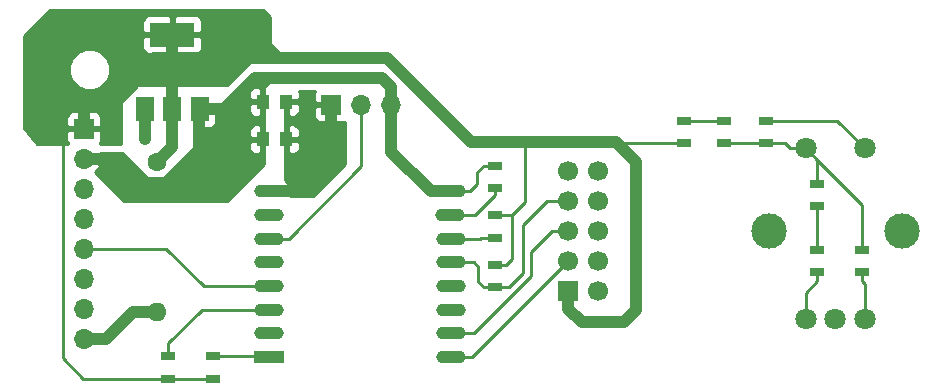
<source format=gbl>
G04 #@! TF.FileFunction,Copper,L2,Bot,Signal*
%FSLAX46Y46*%
G04 Gerber Fmt 4.6, Leading zero omitted, Abs format (unit mm)*
G04 Created by KiCad (PCBNEW 4.0.2+dfsg1-stable) date lun 08 gen 2018 09:22:36 CET*
%MOMM*%
G01*
G04 APERTURE LIST*
%ADD10C,0.100000*%
%ADD11R,2.500000X1.100000*%
%ADD12O,2.500000X1.100000*%
%ADD13C,1.800000*%
%ADD14C,3.000000*%
%ADD15R,1.000000X1.250000*%
%ADD16R,1.700000X1.700000*%
%ADD17C,1.700000*%
%ADD18R,1.300000X0.700000*%
%ADD19R,3.800000X2.000000*%
%ADD20R,1.500000X2.000000*%
%ADD21C,1.600000*%
%ADD22O,1.600000X1.600000*%
%ADD23O,1.700000X1.700000*%
%ADD24C,0.600000*%
%ADD25C,0.250000*%
%ADD26C,1.000000*%
%ADD27C,0.254000*%
G04 APERTURE END LIST*
D10*
D11*
X103186000Y-99568000D03*
D12*
X103186000Y-97568000D03*
X103186000Y-95568000D03*
X103186000Y-93568000D03*
X103186000Y-91568000D03*
X103186000Y-89568000D03*
X103186000Y-87568000D03*
X103186000Y-85568000D03*
X118586000Y-85568000D03*
X118486000Y-87568000D03*
X118586000Y-89568000D03*
X118586000Y-91568000D03*
X118586000Y-93568000D03*
X118586000Y-95568000D03*
X118586000Y-97568000D03*
X118586000Y-99568000D03*
D13*
X148630000Y-81900000D03*
X148630000Y-96400000D03*
X151130000Y-96400000D03*
X153630000Y-96400000D03*
X153630000Y-81900000D03*
D14*
X156730000Y-88900000D03*
X145530000Y-88900000D03*
D15*
X104632000Y-77978000D03*
X102632000Y-77978000D03*
X104632000Y-81153000D03*
X102632000Y-81153000D03*
D16*
X128524000Y-93980000D03*
D17*
X131064000Y-93980000D03*
X128524000Y-91440000D03*
X131064000Y-91440000D03*
X128524000Y-88900000D03*
X131064000Y-88900000D03*
X128524000Y-86360000D03*
X131064000Y-86360000D03*
X128524000Y-83820000D03*
X131064000Y-83820000D03*
D18*
X122301000Y-91760000D03*
X122301000Y-93660000D03*
X138303000Y-81468000D03*
X138303000Y-79568000D03*
X141732000Y-79568000D03*
X141732000Y-81468000D03*
X145288000Y-81468000D03*
X145288000Y-79568000D03*
X153416000Y-90490000D03*
X153416000Y-92390000D03*
X149606000Y-90490000D03*
X149606000Y-92390000D03*
X149606000Y-84902000D03*
X149606000Y-86802000D03*
D19*
X94996000Y-72288000D03*
D20*
X94996000Y-78588000D03*
X92696000Y-78588000D03*
X97296000Y-78588000D03*
D21*
X93726000Y-83058000D03*
D22*
X93726000Y-95758000D03*
D16*
X108458000Y-78232000D03*
D23*
X110998000Y-78232000D03*
X113538000Y-78232000D03*
D18*
X98425000Y-101407000D03*
X98425000Y-99507000D03*
X94615000Y-101407000D03*
X94615000Y-99507000D03*
X122301000Y-85278000D03*
X122301000Y-83378000D03*
D16*
X87503000Y-80264000D03*
D23*
X87503000Y-82804000D03*
X87503000Y-85344000D03*
X87503000Y-87884000D03*
X87503000Y-90424000D03*
X87503000Y-92964000D03*
X87503000Y-95504000D03*
X87503000Y-98044000D03*
D18*
X122301000Y-87569000D03*
X122301000Y-89469000D03*
D24*
X92710000Y-81153000D03*
D25*
X123759000Y-87569000D02*
X123759000Y-91252000D01*
X123251000Y-91760000D02*
X122301000Y-91760000D01*
X123759000Y-91252000D02*
X123251000Y-91760000D01*
X122301000Y-87569000D02*
X123759000Y-87569000D01*
X124841000Y-86233000D02*
X124841000Y-81407000D01*
X124841000Y-86487000D02*
X124841000Y-86233000D01*
X123759000Y-87569000D02*
X124841000Y-86487000D01*
X138303000Y-81468000D02*
X132649000Y-81468000D01*
X132842000Y-81407000D02*
X132842000Y-81661000D01*
X132710000Y-81407000D02*
X132842000Y-81407000D01*
X132649000Y-81468000D02*
X132710000Y-81407000D01*
D26*
X132588000Y-81407000D02*
X132842000Y-81661000D01*
X132842000Y-81661000D02*
X134239000Y-83058000D01*
X128524000Y-95504000D02*
X129667000Y-96647000D01*
X129667000Y-96647000D02*
X133223000Y-96647000D01*
X133223000Y-96647000D02*
X134239000Y-95631000D01*
X134239000Y-95631000D02*
X134239000Y-83058000D01*
X128524000Y-95504000D02*
X128524000Y-93980000D01*
D25*
X87437000Y-101407000D02*
X85725000Y-99695000D01*
X94615000Y-101407000D02*
X87437000Y-101407000D01*
X85979000Y-80264000D02*
X87503000Y-80264000D01*
X85725000Y-80518000D02*
X85979000Y-80264000D01*
X85725000Y-99695000D02*
X85725000Y-80518000D01*
X98425000Y-101407000D02*
X94615000Y-101407000D01*
D26*
X94996000Y-78588000D02*
X94996000Y-81788000D01*
X94996000Y-81788000D02*
X93726000Y-83058000D01*
X89916000Y-77851000D02*
X88011000Y-77851000D01*
X93472000Y-74295000D02*
X94996000Y-74295000D01*
X89916000Y-77851000D02*
X93472000Y-74295000D01*
X88011000Y-77851000D02*
X87503000Y-78359000D01*
X87503000Y-78359000D02*
X87503000Y-80264000D01*
X94996000Y-74295000D02*
X94996000Y-78588000D01*
X94996000Y-74295000D02*
X94996000Y-72288000D01*
X113157000Y-74295000D02*
X94996000Y-74295000D01*
X120269000Y-81407000D02*
X113157000Y-74295000D01*
X132588000Y-81407000D02*
X124841000Y-81407000D01*
X124841000Y-81407000D02*
X120269000Y-81407000D01*
D25*
X104632000Y-79502000D02*
X105410000Y-79502000D01*
X105410000Y-79502000D02*
X106680000Y-78232000D01*
X106680000Y-78232000D02*
X108458000Y-78232000D01*
X104632000Y-77978000D02*
X104632000Y-79502000D01*
X104632000Y-79502000D02*
X104632000Y-81153000D01*
D26*
X103886000Y-85568000D02*
X105694000Y-85568000D01*
X108458000Y-82804000D02*
X108458000Y-78232000D01*
X105694000Y-85568000D02*
X108458000Y-82804000D01*
X128524000Y-93980000D02*
X128524000Y-93980300D01*
D25*
X117886000Y-85568000D02*
X120172000Y-85568000D01*
X121346000Y-83378000D02*
X122301000Y-83378000D01*
X120777000Y-83947000D02*
X121346000Y-83378000D01*
X120777000Y-84963000D02*
X120777000Y-83947000D01*
X120172000Y-85568000D02*
X120777000Y-84963000D01*
X145288000Y-79568000D02*
X151298000Y-79568000D01*
X151298000Y-79568000D02*
X153630000Y-81900000D01*
D26*
X94488000Y-84836000D02*
X97282000Y-82042000D01*
X88900000Y-82804000D02*
X90932000Y-84836000D01*
X90932000Y-84836000D02*
X94488000Y-84836000D01*
X87503000Y-82804000D02*
X88900000Y-82804000D01*
X97282000Y-82042000D02*
X97282000Y-78602000D01*
X97282000Y-78602000D02*
X97296000Y-78588000D01*
D25*
X102632000Y-79502000D02*
X100228000Y-79502000D01*
X100228000Y-79502000D02*
X99314000Y-78588000D01*
X102632000Y-77978000D02*
X102632000Y-79502000D01*
X102632000Y-79502000D02*
X102632000Y-81153000D01*
D26*
X99314000Y-78588000D02*
X99339000Y-78588000D01*
X101981000Y-75946000D02*
X112776000Y-75946000D01*
X112776000Y-75946000D02*
X113538000Y-76708000D01*
X113538000Y-76708000D02*
X113538000Y-78232000D01*
X99339000Y-78588000D02*
X101981000Y-75946000D01*
X113538000Y-78232000D02*
X113538000Y-82195000D01*
X113538000Y-82195000D02*
X116911000Y-85568000D01*
X116911000Y-85568000D02*
X117886000Y-85568000D01*
D25*
X117886000Y-85568000D02*
X116911000Y-85568000D01*
D26*
X97296000Y-78588000D02*
X99314000Y-78588000D01*
D25*
X122301000Y-89469000D02*
X121097000Y-89469000D01*
X120998000Y-89568000D02*
X117886000Y-89568000D01*
X121097000Y-89469000D02*
X120998000Y-89568000D01*
X128524000Y-91440000D02*
X120396000Y-99568000D01*
X120396000Y-99568000D02*
X117886000Y-99568000D01*
X117886000Y-99568000D02*
X119380000Y-99568000D01*
X117886000Y-97568000D02*
X120491000Y-97568000D01*
X127127000Y-88900000D02*
X128524000Y-88900000D01*
X125349000Y-90678000D02*
X127127000Y-88900000D01*
X125349000Y-92710000D02*
X125349000Y-90678000D01*
X120491000Y-97568000D02*
X125349000Y-92710000D01*
X117886000Y-97568000D02*
X119729000Y-97568000D01*
X122301000Y-93660000D02*
X123510000Y-93660000D01*
X124714000Y-92456000D02*
X124714000Y-88392000D01*
X124714000Y-88392000D02*
X126746000Y-86360000D01*
X126746000Y-86360000D02*
X128524000Y-86360000D01*
X123510000Y-93660000D02*
X124714000Y-92456000D01*
X122301000Y-93660000D02*
X121346000Y-93660000D01*
X120524000Y-91568000D02*
X117886000Y-91568000D01*
X120904000Y-91948000D02*
X120524000Y-91568000D01*
X120904000Y-93218000D02*
X120904000Y-91948000D01*
X121346000Y-93660000D02*
X120904000Y-93218000D01*
X145288000Y-81468000D02*
X146873000Y-81468000D01*
X147305000Y-81900000D02*
X148630000Y-81900000D01*
X146873000Y-81468000D02*
X147305000Y-81900000D01*
X141732000Y-81468000D02*
X145288000Y-81468000D01*
X149606000Y-84902000D02*
X149606000Y-82876000D01*
X153416000Y-90490000D02*
X153416000Y-86686000D01*
X153416000Y-86686000D02*
X149606000Y-82876000D01*
X149606000Y-82876000D02*
X148630000Y-81900000D01*
D26*
X92696000Y-78588000D02*
X92696000Y-81139000D01*
X92696000Y-81139000D02*
X92710000Y-81153000D01*
X87503000Y-98044000D02*
X89408000Y-98044000D01*
X91694000Y-95758000D02*
X93726000Y-95758000D01*
X89408000Y-98044000D02*
X91694000Y-95758000D01*
D25*
X153630000Y-93379300D02*
X153630000Y-96400000D01*
X153416000Y-93165300D02*
X153630000Y-93379300D01*
X153416000Y-92390000D02*
X153416000Y-93165300D01*
X149606000Y-86802000D02*
X149606000Y-90490000D01*
X148630000Y-94141300D02*
X148630000Y-96400000D01*
X149606000Y-93165300D02*
X148630000Y-94141300D01*
X149606000Y-92390000D02*
X149606000Y-93165300D01*
X117886000Y-87568000D02*
X120585000Y-87568000D01*
X122301000Y-85852000D02*
X122301000Y-85278000D01*
X120585000Y-87568000D02*
X122301000Y-85852000D01*
X117991600Y-87462400D02*
X117886000Y-87568000D01*
X138303000Y-79568000D02*
X141732000Y-79568000D01*
X98425000Y-99507000D02*
X103825000Y-99507000D01*
X103825000Y-99507000D02*
X103886000Y-99568000D01*
X110998000Y-83431300D02*
X110998000Y-78232000D01*
X103886000Y-89568000D02*
X104861000Y-89568000D01*
X104861000Y-89568000D02*
X110998000Y-83431300D01*
X94615000Y-99507000D02*
X94615000Y-98425000D01*
X97472000Y-95568000D02*
X103886000Y-95568000D01*
X94615000Y-98425000D02*
X97472000Y-95568000D01*
X103886000Y-93568000D02*
X97632000Y-93568000D01*
X94488000Y-90424000D02*
X87503000Y-90424000D01*
X97632000Y-93568000D02*
X94488000Y-90424000D01*
D27*
G36*
X103251000Y-70791606D02*
X103251000Y-72999600D01*
X103261006Y-73049010D01*
X103288197Y-73089403D01*
X104341394Y-74142600D01*
X103067116Y-74142600D01*
X103118581Y-74011079D01*
X103127268Y-73961420D01*
X103115951Y-73912293D01*
X103086412Y-73871441D01*
X103043307Y-73845299D01*
X103000313Y-73837800D01*
X102438200Y-73837800D01*
X102388790Y-73847806D01*
X102348397Y-73874997D01*
X99642394Y-76581000D01*
X92075000Y-76581000D01*
X92025590Y-76591006D01*
X91985197Y-76618197D01*
X90715197Y-77888197D01*
X90687334Y-77930211D01*
X90678000Y-77978000D01*
X90678000Y-81534000D01*
X88831026Y-81534000D01*
X88891327Y-81473699D01*
X88988000Y-81240310D01*
X88988000Y-80549750D01*
X88829250Y-80391000D01*
X87630000Y-80391000D01*
X87630000Y-80411000D01*
X87376000Y-80411000D01*
X87376000Y-80391000D01*
X86176750Y-80391000D01*
X86018000Y-80549750D01*
X86018000Y-81240310D01*
X86114673Y-81473699D01*
X86174974Y-81534000D01*
X83499183Y-81534000D01*
X82423000Y-80218665D01*
X82423000Y-79287690D01*
X86018000Y-79287690D01*
X86018000Y-79978250D01*
X86176750Y-80137000D01*
X87376000Y-80137000D01*
X87376000Y-78937750D01*
X87630000Y-78937750D01*
X87630000Y-80137000D01*
X88829250Y-80137000D01*
X88988000Y-79978250D01*
X88988000Y-79287690D01*
X88891327Y-79054301D01*
X88712698Y-78875673D01*
X88479309Y-78779000D01*
X87788750Y-78779000D01*
X87630000Y-78937750D01*
X87376000Y-78937750D01*
X87217250Y-78779000D01*
X86526691Y-78779000D01*
X86293302Y-78875673D01*
X86114673Y-79054301D01*
X86018000Y-79287690D01*
X82423000Y-79287690D01*
X82423000Y-75607599D01*
X86267699Y-75607599D01*
X86531281Y-76245515D01*
X87018918Y-76734004D01*
X87656373Y-76998699D01*
X88346599Y-76999301D01*
X88984515Y-76735719D01*
X89473004Y-76248082D01*
X89737699Y-75610627D01*
X89738301Y-74920401D01*
X89474719Y-74282485D01*
X88987082Y-73793996D01*
X88349627Y-73529301D01*
X87659401Y-73528699D01*
X87021485Y-73792281D01*
X86532996Y-74279918D01*
X86268301Y-74917373D01*
X86267699Y-75607599D01*
X82423000Y-75607599D01*
X82423000Y-72573750D01*
X92461000Y-72573750D01*
X92461000Y-73414309D01*
X92557673Y-73647698D01*
X92736301Y-73826327D01*
X92969690Y-73923000D01*
X94710250Y-73923000D01*
X94869000Y-73764250D01*
X94869000Y-72415000D01*
X95123000Y-72415000D01*
X95123000Y-73764250D01*
X95281750Y-73923000D01*
X97022310Y-73923000D01*
X97255699Y-73826327D01*
X97434327Y-73647698D01*
X97531000Y-73414309D01*
X97531000Y-72573750D01*
X97372250Y-72415000D01*
X95123000Y-72415000D01*
X94869000Y-72415000D01*
X92619750Y-72415000D01*
X92461000Y-72573750D01*
X82423000Y-72573750D01*
X82423000Y-72442606D01*
X83703915Y-71161691D01*
X92461000Y-71161691D01*
X92461000Y-72002250D01*
X92619750Y-72161000D01*
X94869000Y-72161000D01*
X94869000Y-70811750D01*
X95123000Y-70811750D01*
X95123000Y-72161000D01*
X97372250Y-72161000D01*
X97531000Y-72002250D01*
X97531000Y-71161691D01*
X97434327Y-70928302D01*
X97255699Y-70749673D01*
X97022310Y-70653000D01*
X95281750Y-70653000D01*
X95123000Y-70811750D01*
X94869000Y-70811750D01*
X94710250Y-70653000D01*
X92969690Y-70653000D01*
X92736301Y-70749673D01*
X92557673Y-70928302D01*
X92461000Y-71161691D01*
X83703915Y-71161691D01*
X84634606Y-70231000D01*
X102690394Y-70231000D01*
X103251000Y-70791606D01*
X103251000Y-70791606D01*
G37*
X103251000Y-70791606D02*
X103251000Y-72999600D01*
X103261006Y-73049010D01*
X103288197Y-73089403D01*
X104341394Y-74142600D01*
X103067116Y-74142600D01*
X103118581Y-74011079D01*
X103127268Y-73961420D01*
X103115951Y-73912293D01*
X103086412Y-73871441D01*
X103043307Y-73845299D01*
X103000313Y-73837800D01*
X102438200Y-73837800D01*
X102388790Y-73847806D01*
X102348397Y-73874997D01*
X99642394Y-76581000D01*
X92075000Y-76581000D01*
X92025590Y-76591006D01*
X91985197Y-76618197D01*
X90715197Y-77888197D01*
X90687334Y-77930211D01*
X90678000Y-77978000D01*
X90678000Y-81534000D01*
X88831026Y-81534000D01*
X88891327Y-81473699D01*
X88988000Y-81240310D01*
X88988000Y-80549750D01*
X88829250Y-80391000D01*
X87630000Y-80391000D01*
X87630000Y-80411000D01*
X87376000Y-80411000D01*
X87376000Y-80391000D01*
X86176750Y-80391000D01*
X86018000Y-80549750D01*
X86018000Y-81240310D01*
X86114673Y-81473699D01*
X86174974Y-81534000D01*
X83499183Y-81534000D01*
X82423000Y-80218665D01*
X82423000Y-79287690D01*
X86018000Y-79287690D01*
X86018000Y-79978250D01*
X86176750Y-80137000D01*
X87376000Y-80137000D01*
X87376000Y-78937750D01*
X87630000Y-78937750D01*
X87630000Y-80137000D01*
X88829250Y-80137000D01*
X88988000Y-79978250D01*
X88988000Y-79287690D01*
X88891327Y-79054301D01*
X88712698Y-78875673D01*
X88479309Y-78779000D01*
X87788750Y-78779000D01*
X87630000Y-78937750D01*
X87376000Y-78937750D01*
X87217250Y-78779000D01*
X86526691Y-78779000D01*
X86293302Y-78875673D01*
X86114673Y-79054301D01*
X86018000Y-79287690D01*
X82423000Y-79287690D01*
X82423000Y-75607599D01*
X86267699Y-75607599D01*
X86531281Y-76245515D01*
X87018918Y-76734004D01*
X87656373Y-76998699D01*
X88346599Y-76999301D01*
X88984515Y-76735719D01*
X89473004Y-76248082D01*
X89737699Y-75610627D01*
X89738301Y-74920401D01*
X89474719Y-74282485D01*
X88987082Y-73793996D01*
X88349627Y-73529301D01*
X87659401Y-73528699D01*
X87021485Y-73792281D01*
X86532996Y-74279918D01*
X86268301Y-74917373D01*
X86267699Y-75607599D01*
X82423000Y-75607599D01*
X82423000Y-72573750D01*
X92461000Y-72573750D01*
X92461000Y-73414309D01*
X92557673Y-73647698D01*
X92736301Y-73826327D01*
X92969690Y-73923000D01*
X94710250Y-73923000D01*
X94869000Y-73764250D01*
X94869000Y-72415000D01*
X95123000Y-72415000D01*
X95123000Y-73764250D01*
X95281750Y-73923000D01*
X97022310Y-73923000D01*
X97255699Y-73826327D01*
X97434327Y-73647698D01*
X97531000Y-73414309D01*
X97531000Y-72573750D01*
X97372250Y-72415000D01*
X95123000Y-72415000D01*
X94869000Y-72415000D01*
X92619750Y-72415000D01*
X92461000Y-72573750D01*
X82423000Y-72573750D01*
X82423000Y-72442606D01*
X83703915Y-71161691D01*
X92461000Y-71161691D01*
X92461000Y-72002250D01*
X92619750Y-72161000D01*
X94869000Y-72161000D01*
X94869000Y-70811750D01*
X95123000Y-70811750D01*
X95123000Y-72161000D01*
X97372250Y-72161000D01*
X97531000Y-72002250D01*
X97531000Y-71161691D01*
X97434327Y-70928302D01*
X97255699Y-70749673D01*
X97022310Y-70653000D01*
X95281750Y-70653000D01*
X95123000Y-70811750D01*
X94869000Y-70811750D01*
X94710250Y-70653000D01*
X92969690Y-70653000D01*
X92736301Y-70749673D01*
X92557673Y-70928302D01*
X92461000Y-71161691D01*
X83703915Y-71161691D01*
X84634606Y-70231000D01*
X102690394Y-70231000D01*
X103251000Y-70791606D01*
G36*
X102780197Y-76745197D02*
X102752334Y-76787211D01*
X102743000Y-76835000D01*
X102743000Y-83259394D01*
X99642394Y-86360000D01*
X90857606Y-86360000D01*
X88437966Y-83940360D01*
X88774645Y-83570924D01*
X88944476Y-83160890D01*
X88823155Y-82931000D01*
X87884000Y-82931000D01*
X87884000Y-82677000D01*
X88823155Y-82677000D01*
X88944476Y-82447110D01*
X88881888Y-82296000D01*
X90752394Y-82296000D01*
X92874197Y-84417803D01*
X92916211Y-84445666D01*
X92964000Y-84455000D01*
X93348397Y-84455000D01*
X93439309Y-84492750D01*
X94010187Y-84493248D01*
X94102754Y-84455000D01*
X94411800Y-84455000D01*
X94461210Y-84444994D01*
X94501603Y-84417803D01*
X97422603Y-81496803D01*
X97450466Y-81454789D01*
X97452660Y-81438750D01*
X101497000Y-81438750D01*
X101497000Y-81904310D01*
X101593673Y-82137699D01*
X101772302Y-82316327D01*
X102005691Y-82413000D01*
X102346250Y-82413000D01*
X102505000Y-82254250D01*
X102505000Y-81280000D01*
X101655750Y-81280000D01*
X101497000Y-81438750D01*
X97452660Y-81438750D01*
X97458979Y-81392580D01*
X97345735Y-80401690D01*
X101497000Y-80401690D01*
X101497000Y-80867250D01*
X101655750Y-81026000D01*
X102505000Y-81026000D01*
X102505000Y-80051750D01*
X102346250Y-79893000D01*
X102005691Y-79893000D01*
X101772302Y-79989673D01*
X101593673Y-80168301D01*
X101497000Y-80401690D01*
X97345735Y-80401690D01*
X97325313Y-80223000D01*
X97423002Y-80223000D01*
X97423002Y-80064252D01*
X97581750Y-80223000D01*
X98172310Y-80223000D01*
X98405699Y-80126327D01*
X98584327Y-79947698D01*
X98681000Y-79714309D01*
X98681000Y-78873750D01*
X98674250Y-78867000D01*
X99187000Y-78867000D01*
X99236410Y-78856994D01*
X99271683Y-78834646D01*
X99909743Y-78263750D01*
X101497000Y-78263750D01*
X101497000Y-78729310D01*
X101593673Y-78962699D01*
X101772302Y-79141327D01*
X102005691Y-79238000D01*
X102346250Y-79238000D01*
X102505000Y-79079250D01*
X102505000Y-78105000D01*
X101655750Y-78105000D01*
X101497000Y-78263750D01*
X99909743Y-78263750D01*
X101068810Y-77226690D01*
X101497000Y-77226690D01*
X101497000Y-77692250D01*
X101655750Y-77851000D01*
X102505000Y-77851000D01*
X102505000Y-76876750D01*
X102346250Y-76718000D01*
X102005691Y-76718000D01*
X101772302Y-76814673D01*
X101593673Y-76993301D01*
X101497000Y-77226690D01*
X101068810Y-77226690D01*
X101684683Y-76675646D01*
X101689803Y-76670803D01*
X101906606Y-76454000D01*
X103071394Y-76454000D01*
X102780197Y-76745197D01*
X102780197Y-76745197D01*
G37*
X102780197Y-76745197D02*
X102752334Y-76787211D01*
X102743000Y-76835000D01*
X102743000Y-83259394D01*
X99642394Y-86360000D01*
X90857606Y-86360000D01*
X88437966Y-83940360D01*
X88774645Y-83570924D01*
X88944476Y-83160890D01*
X88823155Y-82931000D01*
X87884000Y-82931000D01*
X87884000Y-82677000D01*
X88823155Y-82677000D01*
X88944476Y-82447110D01*
X88881888Y-82296000D01*
X90752394Y-82296000D01*
X92874197Y-84417803D01*
X92916211Y-84445666D01*
X92964000Y-84455000D01*
X93348397Y-84455000D01*
X93439309Y-84492750D01*
X94010187Y-84493248D01*
X94102754Y-84455000D01*
X94411800Y-84455000D01*
X94461210Y-84444994D01*
X94501603Y-84417803D01*
X97422603Y-81496803D01*
X97450466Y-81454789D01*
X97452660Y-81438750D01*
X101497000Y-81438750D01*
X101497000Y-81904310D01*
X101593673Y-82137699D01*
X101772302Y-82316327D01*
X102005691Y-82413000D01*
X102346250Y-82413000D01*
X102505000Y-82254250D01*
X102505000Y-81280000D01*
X101655750Y-81280000D01*
X101497000Y-81438750D01*
X97452660Y-81438750D01*
X97458979Y-81392580D01*
X97345735Y-80401690D01*
X101497000Y-80401690D01*
X101497000Y-80867250D01*
X101655750Y-81026000D01*
X102505000Y-81026000D01*
X102505000Y-80051750D01*
X102346250Y-79893000D01*
X102005691Y-79893000D01*
X101772302Y-79989673D01*
X101593673Y-80168301D01*
X101497000Y-80401690D01*
X97345735Y-80401690D01*
X97325313Y-80223000D01*
X97423002Y-80223000D01*
X97423002Y-80064252D01*
X97581750Y-80223000D01*
X98172310Y-80223000D01*
X98405699Y-80126327D01*
X98584327Y-79947698D01*
X98681000Y-79714309D01*
X98681000Y-78873750D01*
X98674250Y-78867000D01*
X99187000Y-78867000D01*
X99236410Y-78856994D01*
X99271683Y-78834646D01*
X99909743Y-78263750D01*
X101497000Y-78263750D01*
X101497000Y-78729310D01*
X101593673Y-78962699D01*
X101772302Y-79141327D01*
X102005691Y-79238000D01*
X102346250Y-79238000D01*
X102505000Y-79079250D01*
X102505000Y-78105000D01*
X101655750Y-78105000D01*
X101497000Y-78263750D01*
X99909743Y-78263750D01*
X101068810Y-77226690D01*
X101497000Y-77226690D01*
X101497000Y-77692250D01*
X101655750Y-77851000D01*
X102505000Y-77851000D01*
X102505000Y-76876750D01*
X102346250Y-76718000D01*
X102005691Y-76718000D01*
X101772302Y-76814673D01*
X101593673Y-76993301D01*
X101497000Y-77226690D01*
X101068810Y-77226690D01*
X101684683Y-76675646D01*
X101689803Y-76670803D01*
X101906606Y-76454000D01*
X103071394Y-76454000D01*
X102780197Y-76745197D01*
G36*
X106973000Y-77255691D02*
X106973000Y-77946250D01*
X107131750Y-78105000D01*
X108331000Y-78105000D01*
X108331000Y-78085000D01*
X108585000Y-78085000D01*
X108585000Y-78105000D01*
X108605000Y-78105000D01*
X108605000Y-78359000D01*
X108585000Y-78359000D01*
X108585000Y-79558250D01*
X108743750Y-79717000D01*
X109434310Y-79717000D01*
X109601000Y-79647955D01*
X109601000Y-83259394D01*
X106881394Y-85979000D01*
X104990211Y-85979000D01*
X105029398Y-85904146D01*
X105029803Y-85877744D01*
X104904361Y-85695000D01*
X103886000Y-85695000D01*
X103886000Y-85441000D01*
X104904361Y-85441000D01*
X105029803Y-85258256D01*
X105029398Y-85231854D01*
X104813724Y-84819882D01*
X104521000Y-84575410D01*
X104521000Y-81280000D01*
X104759000Y-81280000D01*
X104759000Y-82254250D01*
X104917750Y-82413000D01*
X105258309Y-82413000D01*
X105491698Y-82316327D01*
X105670327Y-82137699D01*
X105767000Y-81904310D01*
X105767000Y-81438750D01*
X105608250Y-81280000D01*
X104759000Y-81280000D01*
X104521000Y-81280000D01*
X104521000Y-80051750D01*
X104759000Y-80051750D01*
X104759000Y-81026000D01*
X105608250Y-81026000D01*
X105767000Y-80867250D01*
X105767000Y-80401690D01*
X105670327Y-80168301D01*
X105491698Y-79989673D01*
X105258309Y-79893000D01*
X104917750Y-79893000D01*
X104759000Y-80051750D01*
X104521000Y-80051750D01*
X104521000Y-78105000D01*
X104759000Y-78105000D01*
X104759000Y-79079250D01*
X104917750Y-79238000D01*
X105258309Y-79238000D01*
X105491698Y-79141327D01*
X105670327Y-78962699D01*
X105767000Y-78729310D01*
X105767000Y-78517750D01*
X106973000Y-78517750D01*
X106973000Y-79208309D01*
X107069673Y-79441698D01*
X107248301Y-79620327D01*
X107481690Y-79717000D01*
X108172250Y-79717000D01*
X108331000Y-79558250D01*
X108331000Y-78359000D01*
X107131750Y-78359000D01*
X106973000Y-78517750D01*
X105767000Y-78517750D01*
X105767000Y-78263750D01*
X105608250Y-78105000D01*
X104759000Y-78105000D01*
X104521000Y-78105000D01*
X104521000Y-77831000D01*
X104759000Y-77831000D01*
X104759000Y-77851000D01*
X105608250Y-77851000D01*
X105767000Y-77692250D01*
X105767000Y-77226690D01*
X105706653Y-77081000D01*
X107045359Y-77081000D01*
X106973000Y-77255691D01*
X106973000Y-77255691D01*
G37*
X106973000Y-77255691D02*
X106973000Y-77946250D01*
X107131750Y-78105000D01*
X108331000Y-78105000D01*
X108331000Y-78085000D01*
X108585000Y-78085000D01*
X108585000Y-78105000D01*
X108605000Y-78105000D01*
X108605000Y-78359000D01*
X108585000Y-78359000D01*
X108585000Y-79558250D01*
X108743750Y-79717000D01*
X109434310Y-79717000D01*
X109601000Y-79647955D01*
X109601000Y-83259394D01*
X106881394Y-85979000D01*
X104990211Y-85979000D01*
X105029398Y-85904146D01*
X105029803Y-85877744D01*
X104904361Y-85695000D01*
X103886000Y-85695000D01*
X103886000Y-85441000D01*
X104904361Y-85441000D01*
X105029803Y-85258256D01*
X105029398Y-85231854D01*
X104813724Y-84819882D01*
X104521000Y-84575410D01*
X104521000Y-81280000D01*
X104759000Y-81280000D01*
X104759000Y-82254250D01*
X104917750Y-82413000D01*
X105258309Y-82413000D01*
X105491698Y-82316327D01*
X105670327Y-82137699D01*
X105767000Y-81904310D01*
X105767000Y-81438750D01*
X105608250Y-81280000D01*
X104759000Y-81280000D01*
X104521000Y-81280000D01*
X104521000Y-80051750D01*
X104759000Y-80051750D01*
X104759000Y-81026000D01*
X105608250Y-81026000D01*
X105767000Y-80867250D01*
X105767000Y-80401690D01*
X105670327Y-80168301D01*
X105491698Y-79989673D01*
X105258309Y-79893000D01*
X104917750Y-79893000D01*
X104759000Y-80051750D01*
X104521000Y-80051750D01*
X104521000Y-78105000D01*
X104759000Y-78105000D01*
X104759000Y-79079250D01*
X104917750Y-79238000D01*
X105258309Y-79238000D01*
X105491698Y-79141327D01*
X105670327Y-78962699D01*
X105767000Y-78729310D01*
X105767000Y-78517750D01*
X106973000Y-78517750D01*
X106973000Y-79208309D01*
X107069673Y-79441698D01*
X107248301Y-79620327D01*
X107481690Y-79717000D01*
X108172250Y-79717000D01*
X108331000Y-79558250D01*
X108331000Y-78359000D01*
X107131750Y-78359000D01*
X106973000Y-78517750D01*
X105767000Y-78517750D01*
X105767000Y-78263750D01*
X105608250Y-78105000D01*
X104759000Y-78105000D01*
X104521000Y-78105000D01*
X104521000Y-77831000D01*
X104759000Y-77831000D01*
X104759000Y-77851000D01*
X105608250Y-77851000D01*
X105767000Y-77692250D01*
X105767000Y-77226690D01*
X105706653Y-77081000D01*
X107045359Y-77081000D01*
X106973000Y-77255691D01*
M02*

</source>
